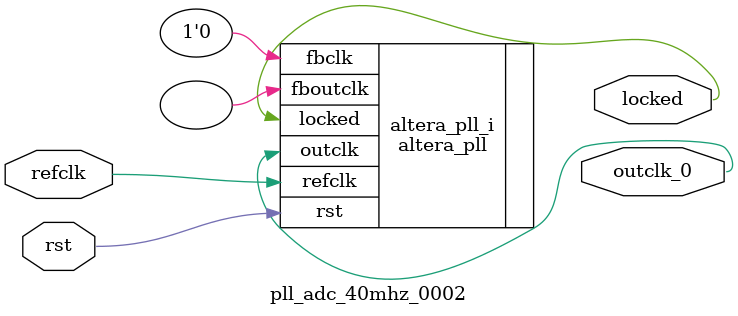
<source format=v>
`timescale 1ns/10ps
module  pll_adc_40mhz_0002(

	// interface 'refclk'
	input wire refclk,

	// interface 'reset'
	input wire rst,

	// interface 'outclk0'
	output wire outclk_0,

	// interface 'locked'
	output wire locked
);

	altera_pll #(
		.fractional_vco_multiplier("false"),
		.reference_clock_frequency("50.0 MHz"),
		.operation_mode("direct"),
		.number_of_clocks(1),
		.output_clock_frequency0("40.000000 MHz"),
		.phase_shift0("0 ps"),
		.duty_cycle0(50),
		.output_clock_frequency1("0 MHz"),
		.phase_shift1("0 ps"),
		.duty_cycle1(50),
		.output_clock_frequency2("0 MHz"),
		.phase_shift2("0 ps"),
		.duty_cycle2(50),
		.output_clock_frequency3("0 MHz"),
		.phase_shift3("0 ps"),
		.duty_cycle3(50),
		.output_clock_frequency4("0 MHz"),
		.phase_shift4("0 ps"),
		.duty_cycle4(50),
		.output_clock_frequency5("0 MHz"),
		.phase_shift5("0 ps"),
		.duty_cycle5(50),
		.output_clock_frequency6("0 MHz"),
		.phase_shift6("0 ps"),
		.duty_cycle6(50),
		.output_clock_frequency7("0 MHz"),
		.phase_shift7("0 ps"),
		.duty_cycle7(50),
		.output_clock_frequency8("0 MHz"),
		.phase_shift8("0 ps"),
		.duty_cycle8(50),
		.output_clock_frequency9("0 MHz"),
		.phase_shift9("0 ps"),
		.duty_cycle9(50),
		.output_clock_frequency10("0 MHz"),
		.phase_shift10("0 ps"),
		.duty_cycle10(50),
		.output_clock_frequency11("0 MHz"),
		.phase_shift11("0 ps"),
		.duty_cycle11(50),
		.output_clock_frequency12("0 MHz"),
		.phase_shift12("0 ps"),
		.duty_cycle12(50),
		.output_clock_frequency13("0 MHz"),
		.phase_shift13("0 ps"),
		.duty_cycle13(50),
		.output_clock_frequency14("0 MHz"),
		.phase_shift14("0 ps"),
		.duty_cycle14(50),
		.output_clock_frequency15("0 MHz"),
		.phase_shift15("0 ps"),
		.duty_cycle15(50),
		.output_clock_frequency16("0 MHz"),
		.phase_shift16("0 ps"),
		.duty_cycle16(50),
		.output_clock_frequency17("0 MHz"),
		.phase_shift17("0 ps"),
		.duty_cycle17(50),
		.pll_type("General"),
		.pll_subtype("General")
	) altera_pll_i (
		.rst	(rst),
		.outclk	({outclk_0}),
		.locked	(locked),
		.fboutclk	( ),
		.fbclk	(1'b0),
		.refclk	(refclk)
	);
endmodule


</source>
